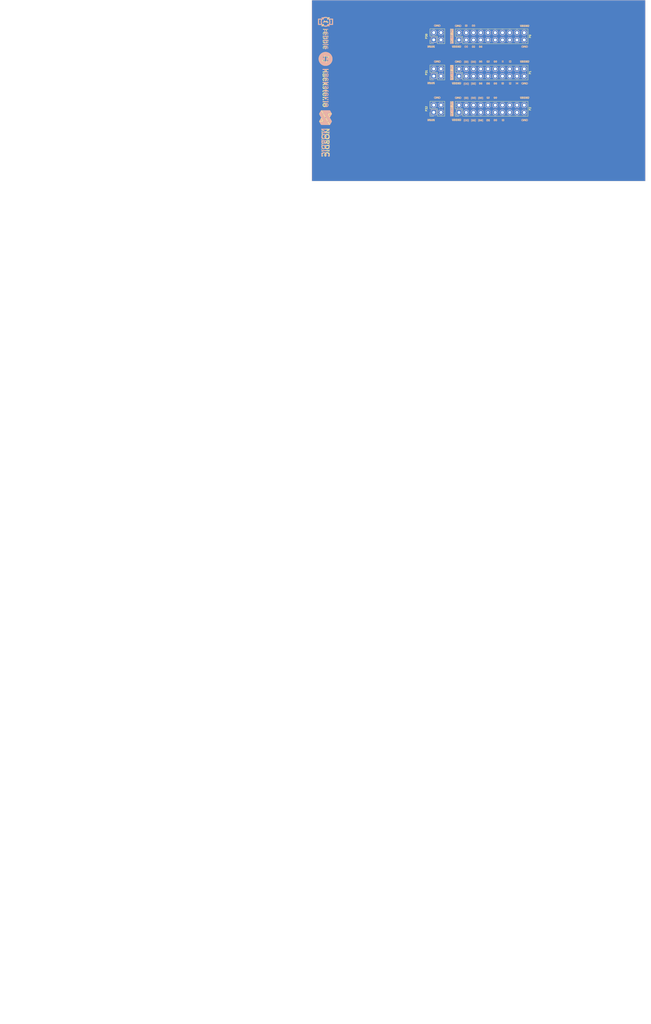
<source format=kicad_pcb>
(kicad_pcb (version 20241229) (generator "pcbnew") (generator_version "9.0")
  (layers (0 "F.Cu" signal "Top Layer") (4 "In1.Cu" signal "Mid-Layer 1") (6 "In2.Cu" signal "Mid-Layer 2 2") (2 "B.Cu" signal "Bottom Layer") (13 "F.Paste" user "Top Paste") (15 "B.Paste" user "Bottom Paste") (5 "F.SilkS" user "Top Overlay") (7 "B.SilkS" user "Bottom Overlay") (1 "F.Mask" user "Top Solder") (3 "B.Mask" user "Bottom Solder") (25 "Edge.Cuts" user))
  (net 0 "")
  (net 1 "VDDIO")
  (net 2 "VBUS")
  (net 3 "GND")
  (footprint "nRF54L15-DK - Rebble Hackster Library:NORDIC_LOGO_LYING" (layer "F.Cu") (at 57.66029 91.713075 -90)
    (property "Reference" "G**" (hide yes))
    (property "Value" "Nordic Logo" (hide yes))
  )
  (footprint "nRF54L15-DK - Rebble Hackster Library:PinHeader_2x10_P2.54mm_Vertical" (layer "F.Cu") (at 115.900615 88.608605)
    (property "Reference" "P2" (at 13.5 0 90) (layer "F.SilkS") (effects (font (size 0.635 0.635))))
    (property "Value" "Conn_02x10_Odd_Even")
    (pad "1" thru_hole rect (at -11.43 1.27 90) (size 1.7 1.7) (drill 1) (layers "*.Cu" "*.Mask") (net 1 "VDDIO"))
    (pad "2" thru_hole oval (at -11.43 -1.27 90) (size 1.7 1.7) (drill 1) (layers "*.Cu" "*.Mask") (net 3 "GND"))
    (pad "3" thru_hole oval (at -8.89 1.27 90) (size 1.7 1.7) (drill 1) (layers "*.Cu" "*.Mask"))
    (pad "4" thru_hole oval (at -8.89 -1.27 90) (size 1.7 1.7) (drill 1) (layers "*.Cu" "*.Mask"))
    (pad "5" thru_hole oval (at -6.35 1.27 90) (size 1.7 1.7) (drill 1) (layers "*.Cu" "*.Mask"))
    (pad "6" thru_hole oval (at -6.35 -1.27 90) (size 1.7 1.7) (drill 1) (layers "*.Cu" "*.Mask"))
    (pad "7" thru_hole oval (at -3.81 1.27 90) (size 1.7 1.7) (drill 1) (layers "*.Cu" "*.Mask"))
    (pad "8" thru_hole oval (at -3.81 -1.27 90) (size 1.7 1.7) (drill 1) (layers "*.Cu" "*.Mask"))
    (pad "9" thru_hole oval (at -1.27 1.27 90) (size 1.7 1.7) (drill 1) (layers "*.Cu" "*.Mask"))
    (pad "10" thru_hole oval (at -1.27 -1.27 90) (size 1.7 1.7) (drill 1) (layers "*.Cu" "*.Mask"))
    (pad "11" thru_hole oval (at 1.27 1.27 90) (size 1.7 1.7) (drill 1) (layers "*.Cu" "*.Mask"))
    (pad "12" thru_hole oval (at 1.27 -1.27 90) (size 1.7 1.7) (drill 1) (layers "*.Cu" "*.Mask"))
    (pad "13" thru_hole oval (at 3.81 1.27 90) (size 1.7 1.7) (drill 1) (layers "*.Cu" "*.Mask"))
    (pad "14" thru_hole oval (at 3.81 -1.27 90) (size 1.7 1.7) (drill 1) (layers "*.Cu" "*.Mask"))
    (pad "15" thru_hole oval (at 6.35 1.27 90) (size 1.7 1.7) (drill 1) (layers "*.Cu" "*.Mask"))
    (pad "16" thru_hole oval (at 6.35 -1.27 90) (size 1.7 1.7) (drill 1) (layers "*.Cu" "*.Mask"))
    (pad "17" thru_hole oval (at 8.89 1.27 90) (size 1.7 1.7) (drill 1) (layers "*.Cu" "*.Mask"))
    (pad "18" thru_hole oval (at 8.89 -1.27 90) (size 1.7 1.7) (drill 1) (layers "*.Cu" "*.Mask"))
    (pad "19" thru_hole oval (at 11.43 1.27 90) (size 1.7 1.7) (drill 1) (layers "*.Cu" "*.Mask") (net 3 "GND"))
    (pad "20" thru_hole oval (at 11.43 -1.27 90) (size 1.7 1.7) (drill 1) (layers "*.Cu" "*.Mask") (net 1 "VDDIO"))
  )
  (footprint "nRF54L15-DK - Rebble Hackster Library:PinHeader_2x10_P2.54mm_Vertical" (layer "F.Cu") (at 115.900615 63.208605)
    (property "Reference" "P0" (at 13.5 0 90) (layer "F.SilkS") (effects (font (size 0.635 0.635))))
    (property "Value" "Conn_02x10_Odd_Even")
    (pad "1" thru_hole rect (at -11.43 1.27 90) (size 1.7 1.7) (drill 1) (layers "*.Cu" "*.Mask") (net 1 "VDDIO"))
    (pad "2" thru_hole oval (at -11.43 -1.27 90) (size 1.7 1.7) (drill 1) (layers "*.Cu" "*.Mask") (net 3 "GND"))
    (pad "3" thru_hole oval (at -8.89 1.27 90) (size 1.7 1.7) (drill 1) (layers "*.Cu" "*.Mask"))
    (pad "4" thru_hole oval (at -8.89 -1.27 90) (size 1.7 1.7) (drill 1) (layers "*.Cu" "*.Mask"))
    (pad "5" thru_hole oval (at -6.35 1.27 90) (size 1.7 1.7) (drill 1) (layers "*.Cu" "*.Mask"))
    (pad "6" thru_hole oval (at -6.35 -1.27 90) (size 1.7 1.7) (drill 1) (layers "*.Cu" "*.Mask"))
    (pad "7" thru_hole oval (at -3.81 1.27 90) (size 1.7 1.7) (drill 1) (layers "*.Cu" "*.Mask"))
    (pad "8" thru_hole oval (at -3.81 -1.27 90) (size 1.7 1.7) (drill 1) (layers "*.Cu" "*.Mask"))
    (pad "9" thru_hole oval (at -1.27 1.27 90) (size 1.7 1.7) (drill 1) (layers "*.Cu" "*.Mask"))
    (pad "10" thru_hole oval (at -1.27 -1.27 90) (size 1.7 1.7) (drill 1) (layers "*.Cu" "*.Mask"))
    (pad "11" thru_hole oval (at 1.27 1.27 90) (size 1.7 1.7) (drill 1) (layers "*.Cu" "*.Mask"))
    (pad "12" thru_hole oval (at 1.27 -1.27 90) (size 1.7 1.7) (drill 1) (layers "*.Cu" "*.Mask"))
    (pad "13" thru_hole oval (at 3.81 1.27 90) (size 1.7 1.7) (drill 1) (layers "*.Cu" "*.Mask"))
    (pad "14" thru_hole oval (at 3.81 -1.27 90) (size 1.7 1.7) (drill 1) (layers "*.Cu" "*.Mask"))
    (pad "15" thru_hole oval (at 6.35 1.27 90) (size 1.7 1.7) (drill 1) (layers "*.Cu" "*.Mask"))
    (pad "16" thru_hole oval (at 6.35 -1.27 90) (size 1.7 1.7) (drill 1) (layers "*.Cu" "*.Mask"))
    (pad "17" thru_hole oval (at 8.89 1.27 90) (size 1.7 1.7) (drill 1) (layers "*.Cu" "*.Mask"))
    (pad "18" thru_hole oval (at 8.89 -1.27 90) (size 1.7 1.7) (drill 1) (layers "*.Cu" "*.Mask"))
    (pad "19" thru_hole oval (at 11.43 1.27 90) (size 1.7 1.7) (drill 1) (layers "*.Cu" "*.Mask") (net 3 "GND"))
    (pad "20" thru_hole oval (at 11.43 -1.27 90) (size 1.7 1.7) (drill 1) (layers "*.Cu" "*.Mask") (net 1 "VDDIO"))
  )
  (footprint "nRF54L15-DK - Rebble Hackster Library:Hackster_Text_h_3mm" (layer "F.Cu") (at 57.662379 81.305981 -90)
    (property "Reference" "G***" (hide yes))
    (property "Value" "LOGO" (hide yes))
  )
  (footprint "nRF54L15-DK - Rebble Hackster Library:PinHeader_2x02_P2.54mm_Vertical" (layer "F.Cu") (at 96.850615 88.608605 90)
    (property "Reference" "P32" (at 0 -3.8 90) (layer "F.SilkS") (effects (font (size 0.635 0.635))))
    (property "Value" "Conn_02x02_Counter_Clockwise")
    (pad "1" thru_hole rect (at -1.24 -1.24 90) (size 1.7 1.7) (drill 1) (layers "*.Cu" "*.Mask") (net 2 "VBUS"))
    (pad "2" thru_hole oval (at 1.3 -1.24 90) (size 1.7 1.7) (drill 1) (layers "*.Cu" "*.Mask"))
    (pad "3" thru_hole oval (at -1.24 1.3 90) (size 1.7 1.7) (drill 1) (layers "*.Cu" "*.Mask") (net 3 "GND"))
    (pad "4" thru_hole oval (at 1.3 1.3 90) (size 1.7 1.7) (drill 1) (layers "*.Cu" "*.Mask") (net 3 "GND"))
  )
  (footprint "nRF54L15-DK - Rebble Hackster Library:Hackster_Logo_6mm" (layer "F.Cu") (at 57.559483 71.085553 -90)
    (property "Reference" "G***" (hide yes))
    (property "Value" "LOGO" (hide yes))
  )
  (footprint "nRF54L15-DK - Rebble Hackster Library:PinHeader_2x02_P2.54mm_Vertical" (layer "F.Cu") (at 96.850615 75.908605 90)
    (property "Reference" "P31" (at 0 -3.8 90) (layer "F.SilkS") (effects (font (size 0.635 0.635))))
    (property "Value" "Conn_02x02_Counter_Clockwise")
    (pad "1" thru_hole rect (at -1.24 -1.24 90) (size 1.7 1.7) (drill 1) (layers "*.Cu" "*.Mask") (net 2 "VBUS"))
    (pad "2" thru_hole oval (at 1.3 -1.24 90) (size 1.7 1.7) (drill 1) (layers "*.Cu" "*.Mask"))
    (pad "3" thru_hole oval (at -1.24 1.3 90) (size 1.7 1.7) (drill 1) (layers "*.Cu" "*.Mask") (net 3 "GND"))
    (pad "4" thru_hole oval (at 1.3 1.3 90) (size 1.7 1.7) (drill 1) (layers "*.Cu" "*.Mask") (net 3 "GND"))
  )
  (footprint "nRF54L15-DK - Rebble Hackster Library:Rebble_h_6mm" (layer "F.Cu") (at 57.662011 62.105108 -90)
    (property "Reference" "G***" (hide yes))
    (property "Value" "LOGO" (hide yes))
  )
  (footprint "nRF54L15-DK - Rebble Hackster Library:PinHeader_2x10_P2.54mm_Vertical" (layer "F.Cu") (at 115.900615 75.908605)
    (property "Reference" "P1" (at 13.5 0 90) (layer "F.SilkS") (effects (font (size 0.635 0.635))))
    (property "Value" "Conn_02x10_Odd_Even")
    (pad "1" thru_hole rect (at -11.43 1.27 90) (size 1.7 1.7) (drill 1) (layers "*.Cu" "*.Mask") (net 1 "VDDIO"))
    (pad "2" thru_hole oval (at -11.43 -1.27 90) (size 1.7 1.7) (drill 1) (layers "*.Cu" "*.Mask") (net 3 "GND"))
    (pad "3" thru_hole oval (at -8.89 1.27 90) (size 1.7 1.7) (drill 1) (layers "*.Cu" "*.Mask"))
    (pad "4" thru_hole oval (at -8.89 -1.27 90) (size 1.7 1.7) (drill 1) (layers "*.Cu" "*.Mask"))
    (pad "5" thru_hole oval (at -6.35 1.27 90) (size 1.7 1.7) (drill 1) (layers "*.Cu" "*.Mask"))
    (pad "6" thru_hole oval (at -6.35 -1.27 90) (size 1.7 1.7) (drill 1) (layers "*.Cu" "*.Mask"))
    (pad "7" thru_hole oval (at -3.81 1.27 90) (size 1.7 1.7) (drill 1) (layers "*.Cu" "*.Mask"))
    (pad "8" thru_hole oval (at -3.81 -1.27 90) (size 1.7 1.7) (drill 1) (layers "*.Cu" "*.Mask"))
    (pad "9" thru_hole oval (at -1.27 1.27 90) (size 1.7 1.7) (drill 1) (layers "*.Cu" "*.Mask"))
    (pad "10" thru_hole oval (at -1.27 -1.27 90) (size 1.7 1.7) (drill 1) (layers "*.Cu" "*.Mask"))
    (pad "11" thru_hole oval (at 1.27 1.27 90) (size 1.7 1.7) (drill 1) (layers "*.Cu" "*.Mask"))
    (pad "12" thru_hole oval (at 1.27 -1.27 90) (size 1.7 1.7) (drill 1) (layers "*.Cu" "*.Mask"))
    (pad "13" thru_hole oval (at 3.81 1.27 90) (size 1.7 1.7) (drill 1) (layers "*.Cu" "*.Mask"))
    (pad "14" thru_hole oval (at 3.81 -1.27 90) (size 1.7 1.7) (drill 1) (layers "*.Cu" "*.Mask"))
    (pad "15" thru_hole oval (at 6.35 1.27 90) (size 1.7 1.7) (drill 1) (layers "*.Cu" "*.Mask"))
    (pad "16" thru_hole oval (at 6.35 -1.27 90) (size 1.7 1.7) (drill 1) (layers "*.Cu" "*.Mask"))
    (pad "17" thru_hole oval (at 8.89 1.27 90) (size 1.7 1.7) (drill 1) (layers "*.Cu" "*.Mask"))
    (pad "18" thru_hole oval (at 8.89 -1.27 90) (size 1.7 1.7) (drill 1) (layers "*.Cu" "*.Mask"))
    (pad "19" thru_hole oval (at 11.43 1.27 90) (size 1.7 1.7) (drill 1) (layers "*.Cu" "*.Mask") (net 3 "GND"))
    (pad "20" thru_hole oval (at 11.43 -1.27 90) (size 1.7 1.7) (drill 1) (layers "*.Cu" "*.Mask") (net 1 "VDDIO"))
  )
  (footprint "nRF54L15-DK - Rebble Hackster Library:PinHeader_2x02_P2.54mm_Vertical" (layer "F.Cu") (at 96.850615 63.208605 90)
    (property "Reference" "P30" (at 0 -3.8 90) (layer "F.SilkS") (effects (font (size 0.635 0.635))))
    (property "Value" "Conn_02x02_Counter_Clockwise")
    (pad "1" thru_hole rect (at -1.24 -1.24 90) (size 1.7 1.7) (drill 1) (layers "*.Cu" "*.Mask") (net 2 "VBUS"))
    (pad "2" thru_hole oval (at 1.3 -1.24 90) (size 1.7 1.7) (drill 1) (layers "*.Cu" "*.Mask"))
    (pad "3" thru_hole oval (at -1.24 1.3 90) (size 1.7 1.7) (drill 1) (layers "*.Cu" "*.Mask") (net 3 "GND"))
    (pad "4" thru_hole oval (at 1.3 1.3 90) (size 1.7 1.7) (drill 1) (layers "*.Cu" "*.Mask") (net 3 "GND"))
  )
  (footprint "nRF54L15-DK - Rebble Hackster Library:Hackster_Logo_6mm" (layer "B.Cu") (at 57.801748 71.076605 -90)
    (property "Reference" "G***" (hide yes))
    (property "Value" "LOGO" (hide yes))
  )
  (footprint "nRF54L15-DK - Rebble Hackster Library:Rebble_h_6mm" (layer "B.Cu") (at 57.699219 62.106605 -90)
    (property "Reference" "G***" (hide yes))
    (property "Value" "LOGO" (hide yes))
  )
  (footprint "nRF54L15-DK - Rebble Hackster Library:NORDIC_LOGO_LYING" (layer "B.Cu") (at 57.680615 91.696605 -90)
    (property "Reference" "G**" (hide yes))
    (property "Value" "Nordic Logo" (hide yes))
  )
  (footprint "nRF54L15-DK - Rebble Hackster Library:Hackster_Text_h_3mm" (layer "B.Cu") (at 57.698851 81.306605 -90)
    (property "Reference" "G***" (hide yes))
    (property "Value" "LOGO" (hide yes))
  )
  (gr_rect (start 52.850615 50.506605) (end 169.850615 114.006605) (stroke (width 0.05)) (fill no) (layer "Edge.Cuts"))
  (gr_text "PORT P0" (at 102.045675 63.208635 90) (layer "F.SilkS" knockout) (effects (font (size 0.9 0.9) (thickness 0.225))))
  (gr_text "PORT P2" (at 102.045675 88.608635 90) (layer "F.SilkS" knockout) (effects (font (size 0.9 0.9) (thickness 0.225))))
  (gr_text "PORT P1" (at 102.045675 75.908635 90) (layer "F.SilkS" knockout) (effects (font (size 0.9 0.9) (thickness 0.225))))
  (gr_text "PORT P2" (at 102.045675 88.608635 90) (layer "B.SilkS" knockout) (effects (font (size 0.9 0.9) (thickness 0.225)) (justify mirror)))
  (gr_text "PORT P0" (at 102.045675 63.208635 90) (layer "B.SilkS" knockout) (effects (font (size 0.9 0.9) (thickness 0.225)) (justify mirror)))
  (gr_text "PORT P1" (at 102.045675 75.908635 90) (layer "B.SilkS" knockout) (effects (font (size 0.9 0.9) (thickness 0.225)) (justify mirror)))
  (gr_text_box "VDDIO" (start 125.489375 84.333815) (end 129.481305 85.476605) (margins 0 0 0 0) (layer "F.SilkS") (effects (font (size 0.762 0.762) (thickness 0.127)) (justify top)) (border no))
  (gr_text_box "08" (start 116.438065 79.318815) (end 118.004055 80.461605) (margins 0 0 0 0) (layer "F.SilkS") (effects (font (size 0.762 0.762) (thickness 0.127)) (justify top)) (border no))
  (gr_text_box "VBUS" (start 93.071715 79.206605) (end 96.298785 80.349395) (margins 0 0 0 0) (layer "F.SilkS") (effects (font (size 0.762 0.762) (thickness 0.127)) (justify top)) (border no))
  (gr_text_box "00" (start 106.222545 66.433815) (end 107.788535 67.576605) (margins 0 0 0 0) (layer "F.SilkS") (effects (font (size 0.762 0.762) (thickness 0.127)) (justify top)) (border no))
  (gr_text_box "(04)" (start 110.947065 92.229535) (end 113.170205 93.531605) (margins 0 0 0 0) (layer "F.SilkS") (effects (font (size 0.762 0.762) (thickness 0.127)) (justify top)) (border no))
  (gr_text_box "VDDIO" (start 101.61465 92.113815) (end 105.60658 93.256605) (margins 0 0 0 0) (layer "F.SilkS") (effects (font (size 0.762 0.762) (thickness 0.127)) (justify top)) (border no))
  (gr_text_box "GND" (start 95.451085 71.642085) (end 98.249945 72.784875) (margins 0 0 0 0) (layer "F.SilkS") (effects (font (size 0.762 0.762) (thickness 0.127)) (justify top)) (border no))
  (gr_text_box "04" (start 111.27564 66.438815) (end 112.84163 67.581605) (margins 0 0 0 0) (layer "F.SilkS") (effects (font (size 0.762 0.762) (thickness 0.127)) (justify top)) (border no))
  (gr_text_box "10" (start 119.06252 79.301605) (end 120.52271 80.444395) (margins 0 0 0 0) (layer "F.SilkS") (effects (font (size 0.762 0.762) (thickness 0.127)) (justify top)) (border no))
  (gr_text_box "03" (start 108.76207 59.073515) (end 110.32806 60.216305) (margins 0 0 0 0) (layer "F.SilkS") (effects (font (size 0.762 0.762) (thickness 0.127)) (justify top)) (border no))
  (gr_text_box "02" (start 108.76207 66.432685) (end 110.32806 67.575475) (margins 0 0 0 0) (layer "F.SilkS") (effects (font (size 0.762 0.762) (thickness 0.127)) (justify top)) (border no))
  (gr_text_box "06" (start 113.898065 92.193815) (end 115.464055 93.336605) (margins 0 0 0 0) (layer "F.SilkS") (effects (font (size 0.8 0.8) (thickness 0.127)) (justify top)) (border no))
  (gr_text_box "VBUS" (start 93.071715 66.439655) (end 96.298785 67.582445) (margins 0 0 0 0) (layer "F.SilkS") (effects (font (size 0.762 0.762) (thickness 0.127)) (justify top)) (border no))
  (gr_text_box "09" (start 116.438065 71.656815) (end 118.004055 72.799605) (margins 0 0 0 0) (layer "F.SilkS") (effects (font (size 0.762 0.762) (thickness 0.127)) (justify top)) (border no))
  (gr_text_box "(01)" (start 106.04685 71.722545) (end 107.96423 73.024615) (margins 0 0 0 0) (layer "F.SilkS") (effects (font (size 0.762 0.762) (thickness 0.127)) (justify top)) (border no))
  (gr_text_box "(05)" (start 110.962785 84.392535) (end 113.154485 85.694605) (margins 0 0 0 0) (layer "F.SilkS") (effects (font (size 0.762 0.762) (thickness 0.127)) (justify top)) (border no))
  (gr_text_box "(03)" (start 108.453025 84.386405) (end 110.637105 85.688475) (margins 0 0 0 0) (layer "F.SilkS") (effects (font (size 0.762 0.762) (thickness 0.127)) (justify top)) (border no))
  (gr_text_box "GND" (start 95.451085 59.074085) (end 98.249945 60.216875) (margins 0 0 0 0) (layer "F.SilkS") (effects (font (size 0.762 0.762) (thickness 0.127)) (justify top)) (border no))
  (gr_text_box "11" (start 119.16832 71.639605) (end 120.41691 72.782395) (margins 0 0 0 0) (layer "F.SilkS") (effects (font (size 0.762 0.762) (thickness 0.127)) (justify top)) (border no))
  (gr_text_box "GND" (start 102.76522 71.699035) (end 105.56408 72.841825) (margins 0 0 0 0) (layer "F.SilkS") (effects (font (size 0.762 0.762) (thickness 0.127)) (justify top)) (border no))
  (gr_text_box "08" (start 116.438065 92.193815) (end 118.004055 93.336605) (margins 0 0 0 0) (layer "F.SilkS") (effects (font (size 0.762 0.762) (thickness 0.127)) (justify top)) (border no))
  (gr_text_box "05" (start 111.27564 71.663815) (end 112.84163 72.806605) (margins 0 0 0 0) (layer "F.SilkS") (effects (font (size 0.762 0.762) (thickness 0.127)) (justify top)) (border no))
  (gr_text_box "VDDIO" (start 101.61465 66.433815) (end 105.60658 67.576605) (margins 0 0 0 0) (layer "F.SilkS") (effects (font (size 0.762 0.762) (thickness 0.127)) (justify top)) (border no))
  (gr_text_box "12" (start 121.67052 79.296605) (end 123.13071 80.439395) (margins 0 0 0 0) (layer "F.SilkS") (effects (font (size 0.762 0.762) (thickness 0.127)) (justify top)) (border no))
  (gr_text_box "(02)" (start 108.359515 92.223405) (end 110.730615 93.525475) (margins 0 0 0 0) (layer "F.SilkS") (effects (font (size 0.762 0.762) (thickness 0.127)) (justify top)) (border no))
  (gr_text_box "14" (start 124.070425 79.273815) (end 125.530615 80.416605) (margins 0 0 0 0) (layer "F.SilkS") (effects (font (size 0.762 0.762) (thickness 0.127)) (justify top)) (border no))
  (gr_text_box "VDDIO" (start 125.489375 71.663815) (end 129.481305 72.806605) (margins 0 0 0 0) (layer "F.SilkS") (effects (font (size 0.762 0.762) (thickness 0.127)) (justify top)) (border no))
  (gr_text_box "GND" (start 102.76522 84.348745) (end 105.56408 85.491535) (margins 0 0 0 0) (layer "F.SilkS") (effects (font (size 0.762 0.762) (thickness 0.127)) (justify top)) (border no))
  (gr_text_box "GND" (start 126.090065 79.313815) (end 128.880615 80.456605) (margins 0 0 0 0) (layer "F.SilkS") (effects (font (size 0.762 0.762) (thickness 0.127)) (justify top)) (border no))
  (gr_text_box "07" (start 113.898065 84.326815) (end 115.464055 85.469605) (margins 0 0 0 0) (layer "F.SilkS") (effects (font (size 0.762 0.762) (thickness 0.127)) (justify top)) (border no))
  (gr_text_box "GND" (start 126.090065 66.433815) (end 128.880615 67.576605) (margins 0 0 0 0) (layer "F.SilkS") (effects (font (size 0.762 0.762) (thickness 0.127)) (justify top)) (border no))
  (gr_text_box "01" (start 106.328345 59.079645) (end 107.682735 60.222435) (margins 0 0 0 0) (layer "F.SilkS") (effects (font (size 0.762 0.762) (thickness 0.127)) (justify top)) (border no))
  (gr_text_box "VDDIO" (start 125.489375 59.163815) (end 129.481305 60.306605) (margins 0 0 0 0) (layer "F.SilkS") (effects (font (size 0.762 0.762) (thickness 0.127)) (justify top)) (border no))
  (gr_text_box "13" (start 121.77632 71.639605) (end 123.02491 72.782395) (margins 0 0 0 0) (layer "F.SilkS") (effects (font (size 0.762 0.762) (thickness 0.127)) (justify top)) (border no))
  (gr_text_box "(02)" (start 108.359515 79.356605) (end 110.730615 80.658675) (margins 0 0 0 0) (layer "F.SilkS") (effects (font (size 0.762 0.762) (thickness 0.127)) (justify top)) (border no))
  (gr_text_box "09" (start 116.438065 84.326815) (end 118.004055 85.469605) (margins 0 0 0 0) (layer "F.SilkS") (effects (font (size 0.762 0.762) (thickness 0.127)) (justify top)) (border no))
  (gr_text_box "GND" (start 95.451085 84.312085) (end 98.249945 85.454875) (margins 0 0 0 0) (layer "F.SilkS") (effects (font (size 0.762 0.762) (thickness 0.127)) (justify top)) (border no))
  (gr_text_box "(00)" (start 105.872065 92.229535) (end 108.139015 93.531605) (margins 0 0 0 0) (layer "F.SilkS") (effects (font (size 0.762 0.762) (thickness 0.127)) (justify top)) (border no))
  (gr_text_box "04" (start 111.27564 79.318815) (end 112.84163 80.461605) (margins 0 0 0 0) (layer "F.SilkS") (effects (font (size 0.762 0.762) (thickness 0.127)) (justify top)) (border no))
  (gr_text_box "06" (start 113.898065 79.32321) (end 115.464055 80.466) (margins 0 0 0 0) (layer "F.SilkS") (effects (font (size 0.8 0.8) (thickness 0.127)) (justify top)) (border no))
  (gr_text_box "(00)" (start 105.872065 79.404545) (end 108.139015 80.706615) (margins 0 0 0 0) (layer "F.SilkS") (effects (font (size 0.762 0.762) (thickness 0.127)) (justify top)) (border no))
  (gr_text_box "GND" (start 126.090065 92.193815) (end 128.880615 93.336605) (margins 0 0 0 0) (layer "F.SilkS") (effects (font (size 0.762 0.762) (thickness 0.127)) (justify top)) (border no))
  (gr_text_box "VDDIO" (start 101.61465 79.288815) (end 105.60658 80.431605) (margins 0 0 0 0) (layer "F.SilkS") (effects (font (size 0.762 0.762) (thickness 0.127)) (justify top)) (border no))
  (gr_text_box "GND" (start 102.76522 59.146855) (end 105.56408 60.289645) (margins 0 0 0 0) (layer "F.SilkS") (effects (font (size 0.762 0.762) (thickness 0.127)) (justify top)) (border no))
  (gr_text_box "07" (start 113.898065 71.663815) (end 115.464055 72.806605) (margins 0 0 0 0) (layer "F.SilkS") (effects (font (size 0.762 0.762) (thickness 0.127)) (justify top)) (border no))
  (gr_text_box "VBUS" (start 93.071715 92.166605) (end 96.298785 93.309395) (margins 0 0 0 0) (layer "F.SilkS") (effects (font (size 0.762 0.762) (thickness 0.127)) (justify top)) (border no))
  (gr_text_box "(03)" (start 108.453025 71.716405) (end 110.637105 73.018475) (margins 0 0 0 0) (layer "F.SilkS") (effects (font (size 0.762 0.762) (thickness 0.127)) (justify top)) (border no))
  (gr_text_box "10" (start 119.172065 92.188815) (end 120.632255 93.331605) (margins 0 0 0 0) (layer "F.SilkS") (effects (font (size 0.762 0.762) (thickness 0.127)) (justify top)) (border no))
  (gr_text_box "(01)" (start 106.04685 84.392535) (end 107.96423 85.694605) (margins 0 0 0 0) (layer "F.SilkS") (effects (font (size 0.762 0.762) (thickness 0.127)) (justify top)) (border no))
  (gr_text_box "(01)" (start 106.04685 71.722545) (end 107.96423 73.024615) (margins 0 0 0 0) (layer "B.SilkS") (effects (font (size 0.762 0.762) (thickness 0.127)) (justify top mirror)) (border no))
  (gr_text_box "06" (start 113.898065 92.193815) (end 115.464055 93.336605) (margins 0 0 0 0) (layer "B.SilkS") (effects (font (size 0.8 0.8) (thickness 0.127)) (justify top mirror)) (border no))
  (gr_text_box "07" (start 113.898065 84.326815) (end 115.464055 85.469605) (margins 0 0 0 0) (layer "B.SilkS") (effects (font (size 0.762 0.762) (thickness 0.127)) (justify top mirror)) (border no))
  (gr_text_box "GND" (start 126.090065 66.433815) (end 128.880615 67.576605) (margins 0 0 0 0) (layer "B.SilkS") (effects (font (size 0.762 0.762) (thickness 0.127)) (justify top mirror)) (border no))
  (gr_text_box "VBUS" (start 93.071715 92.166605) (end 96.298785 93.309395) (margins 0 0 0 0) (layer "B.SilkS") (effects (font (size 0.762 0.762) (thickness 0.127)) (justify top mirror)) (border no))
  (gr_text_box "(00)" (start 105.872065 92.229535) (end 108.139015 93.531605) (margins 0 0 0 0) (layer "B.SilkS") (effects (font (size 0.762 0.762) (thickness 0.127)) (justify top mirror)) (border no))
  (gr_text_box "13" (start 121.77632 71.639605) (end 123.02491 72.782395) (margins 0 0 0 0) (layer "B.SilkS") (effects (font (size 0.762 0.762) (thickness 0.127)) (justify top mirror)) (border no))
  (gr_text_box "VDDIO" (start 101.61465 92.113815) (end 105.60658 93.256605) (margins 0 0 0 0) (layer "B.SilkS") (effects (font (size 0.762 0.762) (thickness 0.127)) (justify top mirror)) (border no))
  (gr_text_box "VDDIO" (start 125.489375 84.333815) (end 129.481305 85.476605) (margins 0 0 0 0) (layer "B.SilkS") (effects (font (size 0.762 0.762) (thickness 0.127)) (justify top mirror)) (border no))
  (gr_text_box "(02)" (start 108.359515 79.356605) (end 110.730615 80.658675) (margins 0 0 0 0) (layer "B.SilkS") (effects (font (size 0.762 0.762) (thickness 0.127)) (justify top mirror)) (border no))
  (gr_text_box "(05)" (start 110.962785 84.392535) (end 113.154485 85.694605) (margins 0 0 0 0) (layer "B.SilkS") (effects (font (size 0.762 0.762) (thickness 0.127)) (justify top mirror)) (border no))
  (gr_text_box "GND" (start 102.76522 59.146855) (end 105.56408 60.289645) (margins 0 0 0 0) (layer "B.SilkS") (effects (font (size 0.762 0.762) (thickness 0.127)) (justify top mirror)) (border no))
  (gr_text_box "04" (start 111.27564 79.318815) (end 112.84163 80.461605) (margins 0 0 0 0) (layer "B.SilkS") (effects (font (size 0.762 0.762) (thickness 0.127)) (justify top mirror)) (border no))
  (gr_text_box "(03)" (start 108.453025 71.716405) (end 110.637105 73.018475) (margins 0 0 0 0) (layer "B.SilkS") (effects (font (size 0.762 0.762) (thickness 0.127)) (justify top mirror)) (border no))
  (gr_text_box "VDDIO" (start 101.61465 66.433815) (end 105.60658 67.576605) (margins 0 0 0 0) (layer "B.SilkS") (effects (font (size 0.762 0.762) (thickness 0.127)) (justify top mirror)) (border no))
  (gr_text_box "11" (start 119.16832 71.639605) (end 120.41691 72.782395) (margins 0 0 0 0) (layer "B.SilkS") (effects (font (size 0.762 0.762) (thickness 0.127)) (justify top mirror)) (border no))
  (gr_text_box "08" (start 116.438065 92.193815) (end 118.004055 93.336605) (margins 0 0 0 0) (layer "B.SilkS") (effects (font (size 0.762 0.762) (thickness 0.127)) (justify top mirror)) (border no))
  (gr_text_box "(02)" (start 108.359515 92.223405) (end 110.730615 93.525475) (margins 0 0 0 0) (layer "B.SilkS") (effects (font (size 0.762 0.762) (thickness 0.127)) (justify top mirror)) (border no))
  (gr_text_box "10" (start 119.172065 92.188815) (end 120.632255 93.331605) (margins 0 0 0 0) (layer "B.SilkS") (effects (font (size 0.762 0.762) (thickness 0.127)) (justify top mirror)) (border no))
  (gr_text_box "(03)" (start 108.453025 84.386405) (end 110.637105 85.688475) (margins 0 0 0 0) (layer "B.SilkS") (effects (font (size 0.762 0.762) (thickness 0.127)) (justify top mirror)) (border no))
  (gr_text_box "GND" (start 95.451085 71.642085) (end 98.249945 72.784875) (margins 0 0 0 0) (layer "B.SilkS") (effects (font (size 0.762 0.762) (thickness 0.127)) (justify top mirror)) (border no))
  (gr_text_box "12" (start 121.67052 79.296605) (end 123.13071 80.439395) (margins 0 0 0 0) (layer "B.SilkS") (effects (font (size 0.762 0.762) (thickness 0.127)) (justify top mirror)) (border no))
  (gr_text_box "(01)" (start 106.04685 84.392535) (end 107.96423 85.694605) (margins 0 0 0 0) (layer "B.SilkS") (effects (font (size 0.762 0.762) (thickness 0.127)) (justify top mirror)) (border no))
  (gr_text_box "GND" (start 102.76522 84.348745) (end 105.56408 85.491535) (margins 0 0 0 0) (layer "B.SilkS") (effects (font (size 0.762 0.762) (thickness 0.127)) (justify top mirror)) (border no))
  (gr_text_box "GND" (start 126.090065 79.313815) (end 128.880615 80.456605) (margins 0 0 0 0) (layer "B.SilkS") (effects (font (size 0.762 0.762) (thickness 0.127)) (justify top mirror)) (border no))
  (gr_text_box "(04)" (start 110.947065 92.229535) (end 113.170205 93.531605) (margins 0 0 0 0) (layer "B.SilkS") (effects (font (size 0.762 0.762) (thickness 0.127)) (justify top mirror)) (border no))
  (gr_text_box "05" (start 111.27564 71.663815) (end 112.84163 72.806605) (margins 0 0 0 0) (layer "B.SilkS") (effects (font (size 0.762 0.762) (thickness 0.127)) (justify top mirror)) (border no))
  (gr_text_box "GND" (start 95.451085 59.074085) (end 98.249945 60.216875) (margins 0 0 0 0) (layer "B.SilkS") (effects (font (size 0.762 0.762) (thickness 0.127)) (justify top mirror)) (border no))
  (gr_text_box "VBUS" (start 93.071715 66.439655) (end 96.298785 67.582445) (margins 0 0 0 0) (layer "B.SilkS") (effects (font (size 0.762 0.762) (thickness 0.127)) (justify top mirror)) (border no))
  (gr_text_box "09" (start 116.438065 84.326815) (end 118.004055 85.469605) (margins 0 0 0 0) (layer "B.SilkS") (effects (font (size 0.762 0.762) (thickness 0.127)) (justify top mirror)) (border no))
  (gr_text_box "GND" (start 126.090065 92.193815) (end 128.880615 93.336605) (margins 0 0 0 0) (layer "B.SilkS") (effects (font (size 0.762 0.762) (thickness 0.127)) (justify top mirror)) (border no))
  (gr_text_box "00" (start 106.222545 66.433815) (end 107.788535 67.576605) (margins 0 0 0 0) (layer "B.SilkS") (effects (font (size 0.762 0.762) (thickness 0.127)) (justify top mirror)) (border no))
  (gr_text_box "VDDIO" (start 125.489375 59.163815) (end 129.481305 60.306605) (margins 0 0 0 0) (layer "B.SilkS") (effects (font (size 0.762 0.762) (thickness 0.127)) (justify top mirror)) (border no))
  (gr_text_box "02" (start 108.76207 66.432685) (end 110.32806 67.575475) (margins 0 0 0 0) (layer "B.SilkS") (effects (font (size 0.762 0.762) (thickness 0.127)) (justify top mirror)) (border no))
  (gr_text_box "10" (start 119.06252 79.301605) (end 120.52271 80.444395) (margins 0 0 0 0) (layer "B.SilkS") (effects (font (size 0.762 0.762) (thickness 0.127)) (justify top mirror)) (border no))
  (gr_text_box "VDDIO" (start 125.489375 71.663815) (end 129.481305 72.806605) (margins 0 0 0 0) (layer "B.SilkS") (effects (font (size 0.762 0.762) (thickness 0.127)) (justify top mirror)) (border no))
  (gr_text_box "04" (start 111.27564 66.438815) (end 112.84163 67.581605) (margins 0 0 0 0) (layer "B.SilkS") (effects (font (size 0.762 0.762) (thickness 0.127)) (justify top mirror)) (border no))
  (gr_text_box "14" (start 124.070425 79.273815) (end 125.530615 80.416605) (margins 0 0 0 0) (layer "B.SilkS") (effects (font (size 0.762 0.762) (thickness 0.127)) (justify top mirror)) (border no))
  (gr_text_box "03" (start 108.76207 59.073515) (end 110.32806 60.216305) (margins 0 0 0 0) (layer "B.SilkS") (effects (font (size 0.762 0.762) (thickness 0.127)) (justify top mirror)) (border no))
  (gr_text_box "01" (start 106.328345 59.079645) (end 107.682735 60.222435) (margins 0 0 0 0) (layer "B.SilkS") (effects (font (size 0.762 0.762) (thickness 0.127)) (justify top mirror)) (border no))
  (gr_text_box "GND" (start 102.76522 71.699035) (end 105.56408 72.841825) (margins 0 0 0 0) (layer "B.SilkS") (effects (font (size 0.762 0.762) (thickness 0.127)) (justify top mirror)) (border no))
  (gr_text_box "07" (start 113.898065 71.663815) (end 115.464055 72.806605) (margins 0 0 0 0) (layer "B.SilkS") (effects (font (size 0.762 0.762) (thickness 0.127)) (justify top mirror)) (border no))
  (gr_text_box "GND" (start 95.451085 84.312085) (end 98.249945 85.454875) (margins 0 0 0 0) (layer "B.SilkS") (effects (font (size 0.762 0.762) (thickness 0.127)) (justify top mirror)) (border no))
  (gr_text_box "(00)" (start 105.872065 79.404545) (end 108.139015 80.706615) (margins 0 0 0 0) (layer "B.SilkS") (effects (font (size 0.762 0.762) (thickness 0.127)) (justify top mirror)) (border no))
  (gr_text_box "VBUS" (start 93.071715 79.206605) (end 96.298785 80.349395) (margins 0 0 0 0) (layer "B.SilkS") (effects (font (size 0.762 0.762) (thickness 0.127)) (justify top mirror)) (border no))
  (gr_text_box "09" (start 116.438065 71.656815) (end 118.004055 72.799605) (margins 0 0 0 0) (layer "B.SilkS") (effects (font (size 0.762 0.762) (thickness 0.127)) (justify top mirror)) (border no))
  (gr_text_box "VDDIO" (start 101.61465 79.288815) (end 105.60658 80.431605) (margins 0 0 0 0) (layer "B.SilkS") (effects (font (size 0.762 0.762) (thickness 0.127)) (justify top mirror)) (border no))
  (gr_text_box "06" (start 113.898065 79.32321) (end 115.464055 80.466) (margins 0 0 0 0) (layer "B.SilkS") (effects (font (size 0.8 0.8) (thickness 0.127)) (justify top mirror)) (border no))
  (gr_text_box "08" (start 116.438065 79.318815) (end 118.004055 80.461605) (margins 0 0 0 0) (layer "B.SilkS") (effects (font (size 0.762 0.762) (thickness 0.127)) (justify top mirror)) (border no))
  (zone (net 3) (net_name "GND") (layer "F.Cu") (connect_pads (clearance 0.1524)) (min_thickness 0.1524) (fill yes (thermal_gap 0.1524) (thermal_bridge_width 0.1524))
    (polygon (pts (xy 52.850615 50.506605) (xy 52.850615 114.006605) (xy 169.850615 114.006605) (xy 169.850615 50.506605)))
  )
  (zone (net 3) (net_name "GND") (layer "B.Cu") (priority 1) (connect_pads (clearance 0.1524)) (min_thickness 0.1524) (fill yes (thermal_gap 0.1524) (thermal_bridge_width 0.1524))
    (polygon (pts (xy 169.850615 50.506605) (xy 169.850615 114.006605) (xy 52.850615 114.006605) (xy 52.850615 50.506605)))
  )
)
</source>
